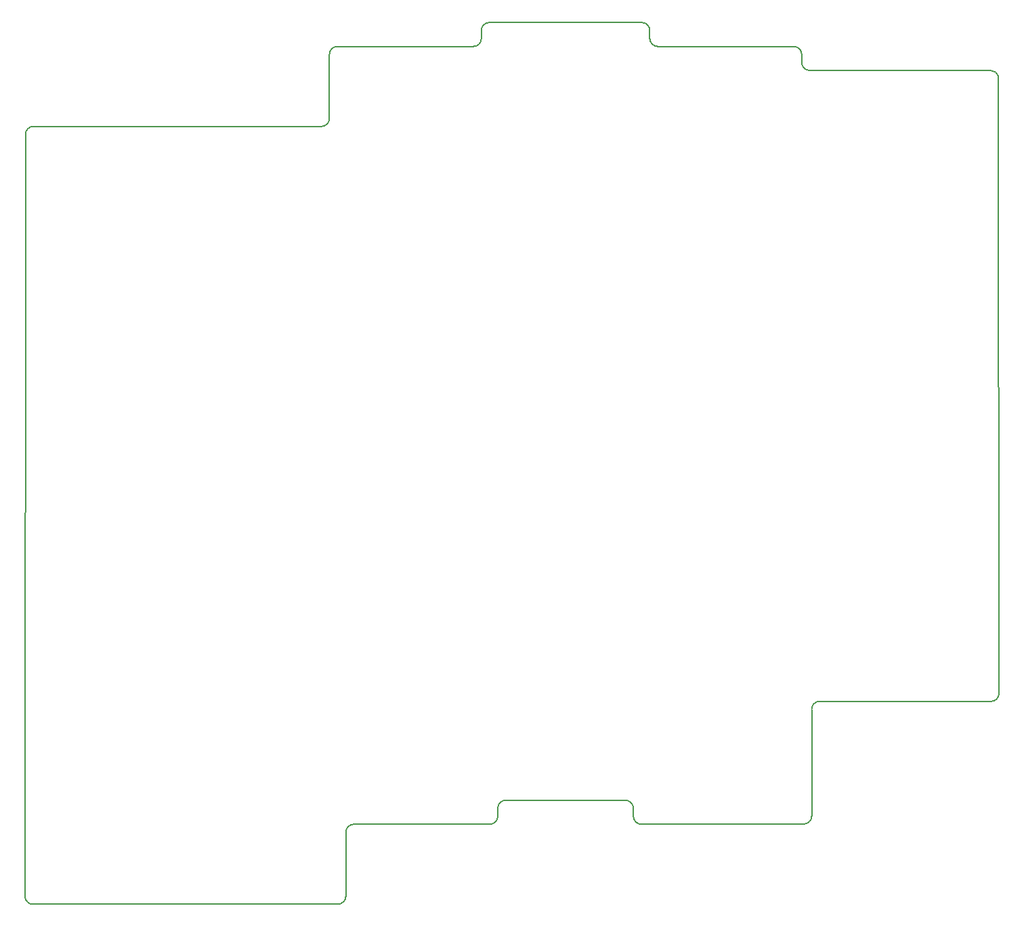
<source format=gbr>
%TF.GenerationSoftware,KiCad,Pcbnew,7.0.2*%
%TF.CreationDate,2023-04-26T23:00:14+02:00*%
%TF.ProjectId,phoenix-no-controller,70686f65-6e69-4782-9d6e-6f2d636f6e74,v1.0.0*%
%TF.SameCoordinates,Original*%
%TF.FileFunction,Profile,NP*%
%FSLAX46Y46*%
G04 Gerber Fmt 4.6, Leading zero omitted, Abs format (unit mm)*
G04 Created by KiCad (PCBNEW 7.0.2) date 2023-04-26 23:00:14*
%MOMM*%
%LPD*%
G01*
G04 APERTURE LIST*
%TA.AperFunction,Profile*%
%ADD10C,0.150000*%
%TD*%
G04 APERTURE END LIST*
D10*
X208032490Y-79849810D02*
G75*
G03*
X207032500Y-78849810I-999990J10D01*
G01*
X207032500Y-78849810D02*
X187982500Y-78849810D01*
X166982500Y-91849800D02*
G75*
G03*
X167982500Y-90849810I0J1000000D01*
G01*
X227032490Y-82849810D02*
G75*
G03*
X226032500Y-81849810I-999990J10D01*
G01*
X171032500Y-179099810D02*
X188032500Y-179099810D01*
X169032500Y-189099800D02*
G75*
G03*
X170032500Y-188099810I0J1000000D01*
G01*
X229270000Y-163730001D02*
G75*
G03*
X228270460Y-164760289I0J-999999D01*
G01*
X208032490Y-80849810D02*
G75*
G03*
X209032500Y-81849810I1000010J10D01*
G01*
X251617061Y-85557113D02*
G75*
G03*
X250717102Y-84867102I-888459J-226889D01*
G01*
X185982500Y-81849810D02*
X168982500Y-81849810D01*
X228280000Y-178080000D02*
X228280000Y-164760000D01*
X186982500Y-79849810D02*
X186982500Y-80849810D01*
X205982490Y-178099810D02*
G75*
G03*
X206982500Y-179099810I1000010J10D01*
G01*
X168982500Y-81849800D02*
G75*
G03*
X167982500Y-82849810I0J-1000000D01*
G01*
X131020000Y-189110000D02*
X169032500Y-189099810D01*
X129925676Y-188112893D02*
X129982500Y-92849810D01*
X171032500Y-179099800D02*
G75*
G03*
X170032500Y-180099810I0J-1000000D01*
G01*
X187982500Y-78849800D02*
G75*
G03*
X186982500Y-79849810I0J-1000000D01*
G01*
X250690000Y-163750000D02*
G75*
G03*
X251690000Y-162750000I2J999998D01*
G01*
X208032500Y-80849810D02*
X208032500Y-79849810D01*
X130982500Y-91849810D02*
X166982500Y-91849810D01*
X206982500Y-179099810D02*
X227280000Y-179080000D01*
X205982490Y-177099810D02*
G75*
G03*
X204982500Y-176099810I-999990J10D01*
G01*
X188032500Y-179099800D02*
G75*
G03*
X189032500Y-178099810I0J1000000D01*
G01*
X229270000Y-163730000D02*
X250690000Y-163750000D01*
X190032500Y-176099810D02*
X204982500Y-176099810D01*
X251690000Y-162750000D02*
X251617102Y-85557102D01*
X250717102Y-84867102D02*
X228032500Y-84849810D01*
X227032490Y-83849810D02*
G75*
G03*
X228032500Y-84849810I1000010J10D01*
G01*
X227280000Y-179080000D02*
G75*
G03*
X228280000Y-178080000I0J1000000D01*
G01*
X185982500Y-81849800D02*
G75*
G03*
X186982500Y-80849810I0J1000000D01*
G01*
X227032500Y-83849810D02*
X227032500Y-82849810D01*
X226032500Y-81849810D02*
X209032500Y-81849810D01*
X170032500Y-188099810D02*
X170032500Y-180099810D01*
X130982500Y-91849800D02*
G75*
G03*
X129982500Y-92849810I0J-1000000D01*
G01*
X167982500Y-82849810D02*
X167982500Y-90849810D01*
X189032500Y-178099810D02*
X189032500Y-177099810D01*
X129925682Y-188112893D02*
G75*
G03*
X131020000Y-189110000I1001418J-7D01*
G01*
X205982500Y-177099810D02*
X205982500Y-178099810D01*
X190032500Y-176099800D02*
G75*
G03*
X189032500Y-177099810I0J-1000000D01*
G01*
M02*

</source>
